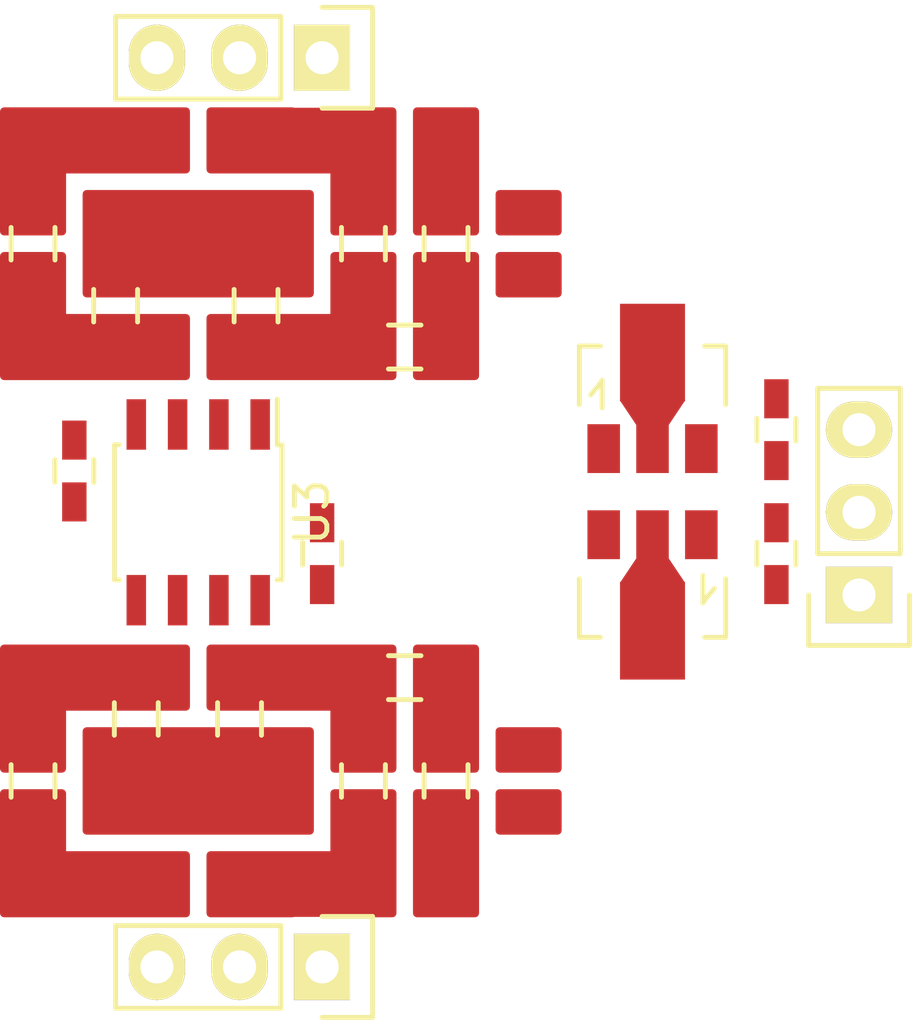
<source format=kicad_pcb>
(kicad_pcb (version 4) (host pcbnew 0.201510170916+6271~30~ubuntu14.04.1-product)

  (general
    (links 42)
    (no_connects 32)
    (area 0 0 0 0)
    (thickness 1.6)
    (drawings 0)
    (tracks 0)
    (zones 0)
    (modules 22)
    (nets 18)
  )

  (page A4)
  (layers
    (0 F.Cu signal)
    (31 B.Cu signal)
    (32 B.Adhes user)
    (33 F.Adhes user)
    (34 B.Paste user)
    (35 F.Paste user)
    (36 B.SilkS user)
    (37 F.SilkS user)
    (38 B.Mask user)
    (39 F.Mask user)
    (40 Dwgs.User user)
    (41 Cmts.User user)
    (42 Eco1.User user)
    (43 Eco2.User user)
    (44 Edge.Cuts user)
    (45 Margin user)
    (46 B.CrtYd user)
    (47 F.CrtYd user)
    (48 B.Fab user)
    (49 F.Fab user)
  )

  (setup
    (last_trace_width 0.25)
    (trace_clearance 0.2)
    (zone_clearance 0.508)
    (zone_45_only no)
    (trace_min 0.2)
    (segment_width 0.2)
    (edge_width 0.15)
    (via_size 0.6)
    (via_drill 0.4)
    (via_min_size 0.4)
    (via_min_drill 0.3)
    (uvia_size 0.3)
    (uvia_drill 0.1)
    (uvias_allowed no)
    (uvia_min_size 0.2)
    (uvia_min_drill 0.1)
    (pcb_text_width 0.3)
    (pcb_text_size 1.5 1.5)
    (mod_edge_width 0.15)
    (mod_text_size 1 1)
    (mod_text_width 0.15)
    (pad_size 1.524 1.524)
    (pad_drill 0.762)
    (pad_to_mask_clearance 0.2)
    (aux_axis_origin 0 0)
    (visible_elements FFFFFF7F)
    (pcbplotparams
      (layerselection 0x00030_80000001)
      (usegerberextensions false)
      (excludeedgelayer true)
      (linewidth 0.100000)
      (plotframeref false)
      (viasonmask false)
      (mode 1)
      (useauxorigin false)
      (hpglpennumber 1)
      (hpglpenspeed 20)
      (hpglpendiameter 15)
      (hpglpenoverlay 2)
      (psnegative false)
      (psa4output false)
      (plotreference true)
      (plotvalue true)
      (plotinvisibletext false)
      (padsonsilk false)
      (subtractmaskfromsilk false)
      (outputformat 1)
      (mirror false)
      (drillshape 1)
      (scaleselection 1)
      (outputdirectory ""))
  )

  (net 0 "")
  (net 1 GND)
  (net 2 "Net-(C1-Pad1)")
  (net 3 "Net-(C2-Pad2)")
  (net 4 /12_filter)
  (net 5 /-12_filter)
  (net 6 "Net-(P3-Pad1)")
  (net 7 "Net-(P3-Pad2)")
  (net 8 "Net-(P3-Pad3)")
  (net 9 "Net-(P4-Pad1)")
  (net 10 "Net-(P4-Pad2)")
  (net 11 "Net-(P4-Pad3)")
  (net 12 "Net-(R1-Pad1)")
  (net 13 "Net-(R2-Pad1)")
  (net 14 "Net-(R6-Pad1)")
  (net 15 "Net-(R10-Pad2)")
  (net 16 "Net-(R11-Pad1)")
  (net 17 "Net-(R10-Pad1)")

  (net_class Default "This is the default net class."
    (clearance 0.2)
    (trace_width 0.25)
    (via_dia 0.6)
    (via_drill 0.4)
    (uvia_dia 0.3)
    (uvia_drill 0.1)
    (add_net /-12_filter)
    (add_net /12_filter)
    (add_net GND)
    (add_net "Net-(C1-Pad1)")
    (add_net "Net-(C2-Pad2)")
    (add_net "Net-(P3-Pad1)")
    (add_net "Net-(P3-Pad2)")
    (add_net "Net-(P3-Pad3)")
    (add_net "Net-(P4-Pad1)")
    (add_net "Net-(P4-Pad2)")
    (add_net "Net-(P4-Pad3)")
    (add_net "Net-(R1-Pad1)")
    (add_net "Net-(R10-Pad1)")
    (add_net "Net-(R10-Pad2)")
    (add_net "Net-(R11-Pad1)")
    (add_net "Net-(R2-Pad1)")
    (add_net "Net-(R6-Pad1)")
  )

  (module Socket_Strips:Socket_Strip_Straight_1x03 (layer F.Cu) (tedit 5626BD3B) (tstamp 5623E700)
    (at 184.15 95.25 90)
    (descr "Through hole socket strip")
    (tags "socket strip")
    (path /5623D67B)
    (fp_text reference P1 (at 0 -5.1 90) (layer F.SilkS) hide
      (effects (font (size 1 1) (thickness 0.15)))
    )
    (fp_text value CONN_01X03 (at 0 -3.1 90) (layer F.Fab) hide
      (effects (font (size 1 1) (thickness 0.15)))
    )
    (fp_line (start 0 -1.55) (end -1.55 -1.55) (layer F.SilkS) (width 0.15))
    (fp_line (start -1.55 -1.55) (end -1.55 1.55) (layer F.SilkS) (width 0.15))
    (fp_line (start -1.55 1.55) (end 0 1.55) (layer F.SilkS) (width 0.15))
    (fp_line (start -1.75 -1.75) (end -1.75 1.75) (layer F.CrtYd) (width 0.05))
    (fp_line (start 6.85 -1.75) (end 6.85 1.75) (layer F.CrtYd) (width 0.05))
    (fp_line (start -1.75 -1.75) (end 6.85 -1.75) (layer F.CrtYd) (width 0.05))
    (fp_line (start -1.75 1.75) (end 6.85 1.75) (layer F.CrtYd) (width 0.05))
    (fp_line (start 1.27 -1.27) (end 6.35 -1.27) (layer F.SilkS) (width 0.15))
    (fp_line (start 6.35 -1.27) (end 6.35 1.27) (layer F.SilkS) (width 0.15))
    (fp_line (start 6.35 1.27) (end 1.27 1.27) (layer F.SilkS) (width 0.15))
    (fp_line (start 1.27 1.27) (end 1.27 -1.27) (layer F.SilkS) (width 0.15))
    (pad 1 thru_hole rect (at 0 0 90) (size 1.7272 2.032) (drill 1.016) (layers *.Cu *.Mask F.SilkS)
      (net 3 "Net-(C2-Pad2)"))
    (pad 2 thru_hole oval (at 2.54 0 90) (size 1.7272 2.032) (drill 1.016) (layers *.Cu *.Mask F.SilkS)
      (net 1 GND))
    (pad 3 thru_hole oval (at 5.08 0 90) (size 1.7272 2.032) (drill 1.016) (layers *.Cu *.Mask F.SilkS)
      (net 2 "Net-(C1-Pad1)"))
    (model Socket_Strips.3dshapes/Socket_Strip_Straight_1x03.wrl
      (at (xyz 0.1 0 0))
      (scale (xyz 1 1 1))
      (rotate (xyz 0 0 180))
    )
  )

  (module TO_SOT_Packages_SMD:SOT89-3_Housing (layer F.Cu) (tedit 5626BD67) (tstamp 5623E709)
    (at 177.8 88.9)
    (descr "SOT89-3, Housing,")
    (tags "SOT89-3, Housing,")
    (path /5623D43F)
    (attr smd)
    (fp_text reference U1 (at -0.09906 -4.24942) (layer F.SilkS) hide
      (effects (font (size 1 1) (thickness 0.15)))
    )
    (fp_text value L78L12 (at 0 -3.81) (layer F.Fab)
      (effects (font (size 1 1) (thickness 0.15)))
    )
    (fp_line (start -1.89992 0.20066) (end -1.651 -0.09906) (layer F.SilkS) (width 0.15))
    (fp_line (start -1.651 -0.09906) (end -1.5494 -0.24892) (layer F.SilkS) (width 0.15))
    (fp_line (start -1.5494 -0.24892) (end -1.5494 0.59944) (layer F.SilkS) (width 0.15))
    (fp_line (start -2.25044 -1.30048) (end -2.25044 0.50038) (layer F.SilkS) (width 0.15))
    (fp_line (start -2.25044 -1.30048) (end -1.6002 -1.30048) (layer F.SilkS) (width 0.15))
    (fp_line (start 2.25044 -1.30048) (end 2.25044 0.50038) (layer F.SilkS) (width 0.15))
    (fp_line (start 2.25044 -1.30048) (end 1.6002 -1.30048) (layer F.SilkS) (width 0.15))
    (pad 1 smd rect (at -1.50114 1.85166) (size 1.00076 1.50114) (layers F.Cu F.Paste F.Mask)
      (net 4 /12_filter))
    (pad 2 smd rect (at 0 1.85166) (size 1.00076 1.50114) (layers F.Cu F.Paste F.Mask)
      (net 1 GND))
    (pad 3 smd rect (at 1.50114 1.85166) (size 1.00076 1.50114) (layers F.Cu F.Paste F.Mask)
      (net 2 "Net-(C1-Pad1)"))
    (pad 2 smd rect (at 0 -1.09982) (size 1.99898 2.99974) (layers F.Cu F.Paste F.Mask)
      (net 1 GND))
    (pad 2 smd trapezoid (at 0 0.7493 180) (size 1.50114 0.7493) (rect_delta 0 0.50038 ) (layers F.Cu F.Paste F.Mask)
      (net 1 GND))
    (model TO_SOT_Packages_SMD.3dshapes/SOT89-3_Housing.wrl
      (at (xyz 0 0 0))
      (scale (xyz 0.3937 0.3937 0.3937))
      (rotate (xyz 0 0 0))
    )
  )

  (module TO_SOT_Packages_SMD:SOT89-3_Housing (layer F.Cu) (tedit 5626BD5F) (tstamp 5623E712)
    (at 177.8 95.25 180)
    (descr "SOT89-3, Housing,")
    (tags "SOT89-3, Housing,")
    (path /5623D59F)
    (attr smd)
    (fp_text reference U2 (at -0.09906 -4.24942 180) (layer F.SilkS) hide
      (effects (font (size 1 1) (thickness 0.15)))
    )
    (fp_text value L79L12 (at 0 -5.08 180) (layer F.Fab)
      (effects (font (size 1 1) (thickness 0.15)))
    )
    (fp_line (start -1.89992 0.20066) (end -1.651 -0.09906) (layer F.SilkS) (width 0.15))
    (fp_line (start -1.651 -0.09906) (end -1.5494 -0.24892) (layer F.SilkS) (width 0.15))
    (fp_line (start -1.5494 -0.24892) (end -1.5494 0.59944) (layer F.SilkS) (width 0.15))
    (fp_line (start -2.25044 -1.30048) (end -2.25044 0.50038) (layer F.SilkS) (width 0.15))
    (fp_line (start -2.25044 -1.30048) (end -1.6002 -1.30048) (layer F.SilkS) (width 0.15))
    (fp_line (start 2.25044 -1.30048) (end 2.25044 0.50038) (layer F.SilkS) (width 0.15))
    (fp_line (start 2.25044 -1.30048) (end 1.6002 -1.30048) (layer F.SilkS) (width 0.15))
    (pad 1 smd rect (at -1.50114 1.85166 180) (size 1.00076 1.50114) (layers F.Cu F.Paste F.Mask)
      (net 1 GND))
    (pad 2 smd rect (at 0 1.85166 180) (size 1.00076 1.50114) (layers F.Cu F.Paste F.Mask)
      (net 3 "Net-(C2-Pad2)"))
    (pad 3 smd rect (at 1.50114 1.85166 180) (size 1.00076 1.50114) (layers F.Cu F.Paste F.Mask)
      (net 5 /-12_filter))
    (pad 2 smd rect (at 0 -1.09982 180) (size 1.99898 2.99974) (layers F.Cu F.Paste F.Mask)
      (net 3 "Net-(C2-Pad2)"))
    (pad 2 smd trapezoid (at 0 0.7493) (size 1.50114 0.7493) (rect_delta 0 0.50038 ) (layers F.Cu F.Paste F.Mask)
      (net 3 "Net-(C2-Pad2)"))
    (model TO_SOT_Packages_SMD.3dshapes/SOT89-3_Housing.wrl
      (at (xyz 0 0 0))
      (scale (xyz 0.3937 0.3937 0.3937))
      (rotate (xyz 0 0 0))
    )
  )

  (module Capacitors_SMD:C_0603_HandSoldering (layer F.Cu) (tedit 5626BD8C) (tstamp 562407B5)
    (at 181.61 90.17 270)
    (descr "Capacitor SMD 0603, hand soldering")
    (tags "capacitor 0603")
    (path /5623EE1B)
    (attr smd)
    (fp_text reference C1 (at 0 -1.9 270) (layer F.SilkS) hide
      (effects (font (size 1 1) (thickness 0.15)))
    )
    (fp_text value 330n (at 0 1.9 270) (layer F.Fab) hide
      (effects (font (size 1 1) (thickness 0.15)))
    )
    (fp_line (start -1.85 -0.75) (end 1.85 -0.75) (layer F.CrtYd) (width 0.05))
    (fp_line (start -1.85 0.75) (end 1.85 0.75) (layer F.CrtYd) (width 0.05))
    (fp_line (start -1.85 -0.75) (end -1.85 0.75) (layer F.CrtYd) (width 0.05))
    (fp_line (start 1.85 -0.75) (end 1.85 0.75) (layer F.CrtYd) (width 0.05))
    (fp_line (start -0.35 -0.6) (end 0.35 -0.6) (layer F.SilkS) (width 0.15))
    (fp_line (start 0.35 0.6) (end -0.35 0.6) (layer F.SilkS) (width 0.15))
    (pad 1 smd rect (at -0.95 0 270) (size 1.2 0.75) (layers F.Cu F.Paste F.Mask)
      (net 2 "Net-(C1-Pad1)"))
    (pad 2 smd rect (at 0.95 0 270) (size 1.2 0.75) (layers F.Cu F.Paste F.Mask)
      (net 1 GND))
    (model Capacitors_SMD.3dshapes/C_0603_HandSoldering.wrl
      (at (xyz 0 0 0))
      (scale (xyz 1 1 1))
      (rotate (xyz 0 0 0))
    )
  )

  (module Capacitors_SMD:C_0603_HandSoldering (layer F.Cu) (tedit 5626BD6F) (tstamp 562407BB)
    (at 181.61 93.98 270)
    (descr "Capacitor SMD 0603, hand soldering")
    (tags "capacitor 0603")
    (path /5623EE4A)
    (attr smd)
    (fp_text reference C2 (at 0 -1.9 270) (layer F.SilkS) hide
      (effects (font (size 1 1) (thickness 0.15)))
    )
    (fp_text value 330n (at 0 1.9 270) (layer F.Fab) hide
      (effects (font (size 1 1) (thickness 0.15)))
    )
    (fp_line (start -1.85 -0.75) (end 1.85 -0.75) (layer F.CrtYd) (width 0.05))
    (fp_line (start -1.85 0.75) (end 1.85 0.75) (layer F.CrtYd) (width 0.05))
    (fp_line (start -1.85 -0.75) (end -1.85 0.75) (layer F.CrtYd) (width 0.05))
    (fp_line (start 1.85 -0.75) (end 1.85 0.75) (layer F.CrtYd) (width 0.05))
    (fp_line (start -0.35 -0.6) (end 0.35 -0.6) (layer F.SilkS) (width 0.15))
    (fp_line (start 0.35 0.6) (end -0.35 0.6) (layer F.SilkS) (width 0.15))
    (pad 1 smd rect (at -0.95 0 270) (size 1.2 0.75) (layers F.Cu F.Paste F.Mask)
      (net 1 GND))
    (pad 2 smd rect (at 0.95 0 270) (size 1.2 0.75) (layers F.Cu F.Paste F.Mask)
      (net 3 "Net-(C2-Pad2)"))
    (model Capacitors_SMD.3dshapes/C_0603_HandSoldering.wrl
      (at (xyz 0 0 0))
      (scale (xyz 1 1 1))
      (rotate (xyz 0 0 0))
    )
  )

  (module Capacitors_SMD:C_0603_HandSoldering (layer F.Cu) (tedit 5626BD79) (tstamp 562407C1)
    (at 167.64 93.98 90)
    (descr "Capacitor SMD 0603, hand soldering")
    (tags "capacitor 0603")
    (path /5623EEE6)
    (attr smd)
    (fp_text reference C3 (at 0 -1.9 90) (layer F.SilkS) hide
      (effects (font (size 1 1) (thickness 0.15)))
    )
    (fp_text value 100n (at 0 1.9 90) (layer F.Fab) hide
      (effects (font (size 1 1) (thickness 0.15)))
    )
    (fp_line (start -1.85 -0.75) (end 1.85 -0.75) (layer F.CrtYd) (width 0.05))
    (fp_line (start -1.85 0.75) (end 1.85 0.75) (layer F.CrtYd) (width 0.05))
    (fp_line (start -1.85 -0.75) (end -1.85 0.75) (layer F.CrtYd) (width 0.05))
    (fp_line (start 1.85 -0.75) (end 1.85 0.75) (layer F.CrtYd) (width 0.05))
    (fp_line (start -0.35 -0.6) (end 0.35 -0.6) (layer F.SilkS) (width 0.15))
    (fp_line (start 0.35 0.6) (end -0.35 0.6) (layer F.SilkS) (width 0.15))
    (pad 1 smd rect (at -0.95 0 90) (size 1.2 0.75) (layers F.Cu F.Paste F.Mask)
      (net 4 /12_filter))
    (pad 2 smd rect (at 0.95 0 90) (size 1.2 0.75) (layers F.Cu F.Paste F.Mask)
      (net 1 GND))
    (model Capacitors_SMD.3dshapes/C_0603_HandSoldering.wrl
      (at (xyz 0 0 0))
      (scale (xyz 1 1 1))
      (rotate (xyz 0 0 0))
    )
  )

  (module Capacitors_SMD:C_0603_HandSoldering (layer F.Cu) (tedit 5626BD82) (tstamp 562407C7)
    (at 160.02 91.44 90)
    (descr "Capacitor SMD 0603, hand soldering")
    (tags "capacitor 0603")
    (path /5623EF60)
    (attr smd)
    (fp_text reference C4 (at 0 -1.9 90) (layer F.SilkS) hide
      (effects (font (size 1 1) (thickness 0.15)))
    )
    (fp_text value 100n (at 0 1.9 90) (layer F.Fab) hide
      (effects (font (size 1 1) (thickness 0.15)))
    )
    (fp_line (start -1.85 -0.75) (end 1.85 -0.75) (layer F.CrtYd) (width 0.05))
    (fp_line (start -1.85 0.75) (end 1.85 0.75) (layer F.CrtYd) (width 0.05))
    (fp_line (start -1.85 -0.75) (end -1.85 0.75) (layer F.CrtYd) (width 0.05))
    (fp_line (start 1.85 -0.75) (end 1.85 0.75) (layer F.CrtYd) (width 0.05))
    (fp_line (start -0.35 -0.6) (end 0.35 -0.6) (layer F.SilkS) (width 0.15))
    (fp_line (start 0.35 0.6) (end -0.35 0.6) (layer F.SilkS) (width 0.15))
    (pad 1 smd rect (at -0.95 0 90) (size 1.2 0.75) (layers F.Cu F.Paste F.Mask)
      (net 1 GND))
    (pad 2 smd rect (at 0.95 0 90) (size 1.2 0.75) (layers F.Cu F.Paste F.Mask)
      (net 5 /-12_filter))
    (model Capacitors_SMD.3dshapes/C_0603_HandSoldering.wrl
      (at (xyz 0 0 0))
      (scale (xyz 1 1 1))
      (rotate (xyz 0 0 0))
    )
  )

  (module Socket_Strips:Socket_Strip_Straight_1x03 (layer F.Cu) (tedit 5626B27D) (tstamp 562407D5)
    (at 167.64 78.74 180)
    (descr "Through hole socket strip")
    (tags "socket strip")
    (path /5624112C)
    (fp_text reference P3 (at 0 -5.1 180) (layer F.SilkS) hide
      (effects (font (size 1 1) (thickness 0.15)))
    )
    (fp_text value CONN_01X03 (at 0 -3.1 180) (layer F.Fab) hide
      (effects (font (size 1 1) (thickness 0.15)))
    )
    (fp_line (start 0 -1.55) (end -1.55 -1.55) (layer F.SilkS) (width 0.15))
    (fp_line (start -1.55 -1.55) (end -1.55 1.55) (layer F.SilkS) (width 0.15))
    (fp_line (start -1.55 1.55) (end 0 1.55) (layer F.SilkS) (width 0.15))
    (fp_line (start -1.75 -1.75) (end -1.75 1.75) (layer F.CrtYd) (width 0.05))
    (fp_line (start 6.85 -1.75) (end 6.85 1.75) (layer F.CrtYd) (width 0.05))
    (fp_line (start -1.75 -1.75) (end 6.85 -1.75) (layer F.CrtYd) (width 0.05))
    (fp_line (start -1.75 1.75) (end 6.85 1.75) (layer F.CrtYd) (width 0.05))
    (fp_line (start 1.27 -1.27) (end 6.35 -1.27) (layer F.SilkS) (width 0.15))
    (fp_line (start 6.35 -1.27) (end 6.35 1.27) (layer F.SilkS) (width 0.15))
    (fp_line (start 6.35 1.27) (end 1.27 1.27) (layer F.SilkS) (width 0.15))
    (fp_line (start 1.27 1.27) (end 1.27 -1.27) (layer F.SilkS) (width 0.15))
    (pad 1 thru_hole rect (at 0 0 180) (size 1.7272 2.032) (drill 1.016) (layers *.Cu *.Mask F.SilkS)
      (net 6 "Net-(P3-Pad1)"))
    (pad 2 thru_hole oval (at 2.54 0 180) (size 1.7272 2.032) (drill 1.016) (layers *.Cu *.Mask F.SilkS)
      (net 7 "Net-(P3-Pad2)"))
    (pad 3 thru_hole oval (at 5.08 0 180) (size 1.7272 2.032) (drill 1.016) (layers *.Cu *.Mask F.SilkS)
      (net 8 "Net-(P3-Pad3)"))
    (model Socket_Strips.3dshapes/Socket_Strip_Straight_1x03.wrl
      (at (xyz 0.1 0 0))
      (scale (xyz 1 1 1))
      (rotate (xyz 0 0 180))
    )
  )

  (module Socket_Strips:Socket_Strip_Straight_1x03 (layer F.Cu) (tedit 5626BEFB) (tstamp 562407DC)
    (at 167.64 106.68 180)
    (descr "Through hole socket strip")
    (tags "socket strip")
    (path /56241C97)
    (fp_text reference P4 (at 0 -5.1 180) (layer F.SilkS) hide
      (effects (font (size 1 1) (thickness 0.15)))
    )
    (fp_text value CONN_01X03 (at 0 -3.1 180) (layer F.Fab) hide
      (effects (font (size 1 1) (thickness 0.15)))
    )
    (fp_line (start 0 -1.55) (end -1.55 -1.55) (layer F.SilkS) (width 0.15))
    (fp_line (start -1.55 -1.55) (end -1.55 1.55) (layer F.SilkS) (width 0.15))
    (fp_line (start -1.55 1.55) (end 0 1.55) (layer F.SilkS) (width 0.15))
    (fp_line (start -1.75 -1.75) (end -1.75 1.75) (layer F.CrtYd) (width 0.05))
    (fp_line (start 6.85 -1.75) (end 6.85 1.75) (layer F.CrtYd) (width 0.05))
    (fp_line (start -1.75 -1.75) (end 6.85 -1.75) (layer F.CrtYd) (width 0.05))
    (fp_line (start -1.75 1.75) (end 6.85 1.75) (layer F.CrtYd) (width 0.05))
    (fp_line (start 1.27 -1.27) (end 6.35 -1.27) (layer F.SilkS) (width 0.15))
    (fp_line (start 6.35 -1.27) (end 6.35 1.27) (layer F.SilkS) (width 0.15))
    (fp_line (start 6.35 1.27) (end 1.27 1.27) (layer F.SilkS) (width 0.15))
    (fp_line (start 1.27 1.27) (end 1.27 -1.27) (layer F.SilkS) (width 0.15))
    (pad 1 thru_hole rect (at 0 0 180) (size 1.7272 2.032) (drill 1.016) (layers *.Cu *.Mask F.SilkS)
      (net 9 "Net-(P4-Pad1)"))
    (pad 2 thru_hole oval (at 2.54 0 180) (size 1.7272 2.032) (drill 1.016) (layers *.Cu *.Mask F.SilkS)
      (net 10 "Net-(P4-Pad2)"))
    (pad 3 thru_hole oval (at 5.08 0 180) (size 1.7272 2.032) (drill 1.016) (layers *.Cu *.Mask F.SilkS)
      (net 11 "Net-(P4-Pad3)"))
    (model Socket_Strips.3dshapes/Socket_Strip_Straight_1x03.wrl
      (at (xyz 0.1 0 0))
      (scale (xyz 1 1 1))
      (rotate (xyz 0 0 180))
    )
  )

  (module Resistors_SMD:R_0603_HandSoldering (layer F.Cu) (tedit 5626BC99) (tstamp 562407E2)
    (at 158.75 84.455 90)
    (descr "Resistor SMD 0603, hand soldering")
    (tags "resistor 0603")
    (path /562408D4)
    (attr smd)
    (fp_text reference R1 (at 0 -1.9 90) (layer F.SilkS) hide
      (effects (font (size 1 1) (thickness 0.15)))
    )
    (fp_text value R (at 0 1.9 90) (layer F.Fab) hide
      (effects (font (size 1 1) (thickness 0.15)))
    )
    (fp_line (start -2 -0.8) (end 2 -0.8) (layer F.CrtYd) (width 0.05))
    (fp_line (start -2 0.8) (end 2 0.8) (layer F.CrtYd) (width 0.05))
    (fp_line (start -2 -0.8) (end -2 0.8) (layer F.CrtYd) (width 0.05))
    (fp_line (start 2 -0.8) (end 2 0.8) (layer F.CrtYd) (width 0.05))
    (fp_line (start 0.5 0.675) (end -0.5 0.675) (layer F.SilkS) (width 0.15))
    (fp_line (start -0.5 -0.675) (end 0.5 -0.675) (layer F.SilkS) (width 0.15))
    (pad 1 smd rect (at -1.1 0 90) (size 1.2 0.9) (layers F.Cu F.Paste F.Mask)
      (net 12 "Net-(R1-Pad1)"))
    (pad 2 smd rect (at 1.1 0 90) (size 1.2 0.9) (layers F.Cu F.Paste F.Mask)
      (net 8 "Net-(P3-Pad3)"))
    (model Resistors_SMD.3dshapes/R_0603_HandSoldering.wrl
      (at (xyz 0 0 0))
      (scale (xyz 1 1 1))
      (rotate (xyz 0 0 0))
    )
  )

  (module Resistors_SMD:R_0603_HandSoldering (layer F.Cu) (tedit 5626B275) (tstamp 562407E8)
    (at 168.91 84.455 90)
    (descr "Resistor SMD 0603, hand soldering")
    (tags "resistor 0603")
    (path /5624076C)
    (attr smd)
    (fp_text reference R2 (at 0 -1.9 90) (layer F.SilkS) hide
      (effects (font (size 1 1) (thickness 0.15)))
    )
    (fp_text value R (at 0 1.9 90) (layer F.Fab) hide
      (effects (font (size 1 1) (thickness 0.15)))
    )
    (fp_line (start -2 -0.8) (end 2 -0.8) (layer F.CrtYd) (width 0.05))
    (fp_line (start -2 0.8) (end 2 0.8) (layer F.CrtYd) (width 0.05))
    (fp_line (start -2 -0.8) (end -2 0.8) (layer F.CrtYd) (width 0.05))
    (fp_line (start 2 -0.8) (end 2 0.8) (layer F.CrtYd) (width 0.05))
    (fp_line (start 0.5 0.675) (end -0.5 0.675) (layer F.SilkS) (width 0.15))
    (fp_line (start -0.5 -0.675) (end 0.5 -0.675) (layer F.SilkS) (width 0.15))
    (pad 1 smd rect (at -1.1 0 90) (size 1.2 0.9) (layers F.Cu F.Paste F.Mask)
      (net 13 "Net-(R2-Pad1)"))
    (pad 2 smd rect (at 1.1 0 90) (size 1.2 0.9) (layers F.Cu F.Paste F.Mask)
      (net 7 "Net-(P3-Pad2)"))
    (model Resistors_SMD.3dshapes/R_0603_HandSoldering.wrl
      (at (xyz 0 0 0))
      (scale (xyz 1 1 1))
      (rotate (xyz 0 0 0))
    )
  )

  (module Resistors_SMD:R_0603_HandSoldering (layer F.Cu) (tedit 5626BCD8) (tstamp 562407EE)
    (at 161.29 86.36 90)
    (descr "Resistor SMD 0603, hand soldering")
    (tags "resistor 0603")
    (path /56240BA4)
    (attr smd)
    (fp_text reference R3 (at 0 -1.9 90) (layer F.SilkS) hide
      (effects (font (size 1 1) (thickness 0.15)))
    )
    (fp_text value R (at 0 1.9 90) (layer F.Fab) hide
      (effects (font (size 1 1) (thickness 0.15)))
    )
    (fp_line (start -2 -0.8) (end 2 -0.8) (layer F.CrtYd) (width 0.05))
    (fp_line (start -2 0.8) (end 2 0.8) (layer F.CrtYd) (width 0.05))
    (fp_line (start -2 -0.8) (end -2 0.8) (layer F.CrtYd) (width 0.05))
    (fp_line (start 2 -0.8) (end 2 0.8) (layer F.CrtYd) (width 0.05))
    (fp_line (start 0.5 0.675) (end -0.5 0.675) (layer F.SilkS) (width 0.15))
    (fp_line (start -0.5 -0.675) (end 0.5 -0.675) (layer F.SilkS) (width 0.15))
    (pad 1 smd rect (at -1.1 0 90) (size 1.2 0.9) (layers F.Cu F.Paste F.Mask)
      (net 12 "Net-(R1-Pad1)"))
    (pad 2 smd rect (at 1.1 0 90) (size 1.2 0.9) (layers F.Cu F.Paste F.Mask)
      (net 1 GND))
    (model Resistors_SMD.3dshapes/R_0603_HandSoldering.wrl
      (at (xyz 0 0 0))
      (scale (xyz 1 1 1))
      (rotate (xyz 0 0 0))
    )
  )

  (module Resistors_SMD:R_0603_HandSoldering (layer F.Cu) (tedit 5626B264) (tstamp 562407F4)
    (at 165.608 86.36 270)
    (descr "Resistor SMD 0603, hand soldering")
    (tags "resistor 0603")
    (path /56240AB5)
    (attr smd)
    (fp_text reference R4 (at 0 -1.9 270) (layer F.SilkS) hide
      (effects (font (size 1 1) (thickness 0.15)))
    )
    (fp_text value R (at 0 1.9 270) (layer F.Fab) hide
      (effects (font (size 1 1) (thickness 0.15)))
    )
    (fp_line (start -2 -0.8) (end 2 -0.8) (layer F.CrtYd) (width 0.05))
    (fp_line (start -2 0.8) (end 2 0.8) (layer F.CrtYd) (width 0.05))
    (fp_line (start -2 -0.8) (end -2 0.8) (layer F.CrtYd) (width 0.05))
    (fp_line (start 2 -0.8) (end 2 0.8) (layer F.CrtYd) (width 0.05))
    (fp_line (start 0.5 0.675) (end -0.5 0.675) (layer F.SilkS) (width 0.15))
    (fp_line (start -0.5 -0.675) (end 0.5 -0.675) (layer F.SilkS) (width 0.15))
    (pad 1 smd rect (at -1.1 0 270) (size 1.2 0.9) (layers F.Cu F.Paste F.Mask)
      (net 1 GND))
    (pad 2 smd rect (at 1.1 0 270) (size 1.2 0.9) (layers F.Cu F.Paste F.Mask)
      (net 13 "Net-(R2-Pad1)"))
    (model Resistors_SMD.3dshapes/R_0603_HandSoldering.wrl
      (at (xyz 0 0 0))
      (scale (xyz 1 1 1))
      (rotate (xyz 0 0 0))
    )
  )

  (module Resistors_SMD:R_0603_HandSoldering (layer F.Cu) (tedit 5626B277) (tstamp 562407FA)
    (at 170.18 87.63 180)
    (descr "Resistor SMD 0603, hand soldering")
    (tags "resistor 0603")
    (path /56240A3D)
    (attr smd)
    (fp_text reference R5 (at 0 -1.9 180) (layer F.SilkS) hide
      (effects (font (size 1 1) (thickness 0.15)))
    )
    (fp_text value R (at 0 1.9 180) (layer F.Fab) hide
      (effects (font (size 1 1) (thickness 0.15)))
    )
    (fp_line (start -2 -0.8) (end 2 -0.8) (layer F.CrtYd) (width 0.05))
    (fp_line (start -2 0.8) (end 2 0.8) (layer F.CrtYd) (width 0.05))
    (fp_line (start -2 -0.8) (end -2 0.8) (layer F.CrtYd) (width 0.05))
    (fp_line (start 2 -0.8) (end 2 0.8) (layer F.CrtYd) (width 0.05))
    (fp_line (start 0.5 0.675) (end -0.5 0.675) (layer F.SilkS) (width 0.15))
    (fp_line (start -0.5 -0.675) (end 0.5 -0.675) (layer F.SilkS) (width 0.15))
    (pad 1 smd rect (at -1.1 0 180) (size 1.2 0.9) (layers F.Cu F.Paste F.Mask)
      (net 16 "Net-(R11-Pad1)"))
    (pad 2 smd rect (at 1.1 0 180) (size 1.2 0.9) (layers F.Cu F.Paste F.Mask)
      (net 13 "Net-(R2-Pad1)"))
    (model Resistors_SMD.3dshapes/R_0603_HandSoldering.wrl
      (at (xyz 0 0 0))
      (scale (xyz 1 1 1))
      (rotate (xyz 0 0 0))
    )
  )

  (module Resistors_SMD:R_0603_HandSoldering (layer F.Cu) (tedit 5626BEEE) (tstamp 56240800)
    (at 158.75 100.965 270)
    (descr "Resistor SMD 0603, hand soldering")
    (tags "resistor 0603")
    (path /56241847)
    (attr smd)
    (fp_text reference R6 (at 0 -1.9 270) (layer F.SilkS) hide
      (effects (font (size 1 1) (thickness 0.15)))
    )
    (fp_text value R (at 0 1.9 270) (layer F.Fab) hide
      (effects (font (size 1 1) (thickness 0.15)))
    )
    (fp_line (start -2 -0.8) (end 2 -0.8) (layer F.CrtYd) (width 0.05))
    (fp_line (start -2 0.8) (end 2 0.8) (layer F.CrtYd) (width 0.05))
    (fp_line (start -2 -0.8) (end -2 0.8) (layer F.CrtYd) (width 0.05))
    (fp_line (start 2 -0.8) (end 2 0.8) (layer F.CrtYd) (width 0.05))
    (fp_line (start 0.5 0.675) (end -0.5 0.675) (layer F.SilkS) (width 0.15))
    (fp_line (start -0.5 -0.675) (end 0.5 -0.675) (layer F.SilkS) (width 0.15))
    (pad 1 smd rect (at -1.1 0 270) (size 1.2 0.9) (layers F.Cu F.Paste F.Mask)
      (net 14 "Net-(R6-Pad1)"))
    (pad 2 smd rect (at 1.1 0 270) (size 1.2 0.9) (layers F.Cu F.Paste F.Mask)
      (net 11 "Net-(P4-Pad3)"))
    (model Resistors_SMD.3dshapes/R_0603_HandSoldering.wrl
      (at (xyz 0 0 0))
      (scale (xyz 1 1 1))
      (rotate (xyz 0 0 0))
    )
  )

  (module Resistors_SMD:R_0603_HandSoldering (layer F.Cu) (tedit 5626BEF8) (tstamp 56240806)
    (at 168.91 100.965 270)
    (descr "Resistor SMD 0603, hand soldering")
    (tags "resistor 0603")
    (path /56241794)
    (attr smd)
    (fp_text reference R7 (at 0 -1.9 270) (layer F.SilkS) hide
      (effects (font (size 1 1) (thickness 0.15)))
    )
    (fp_text value R (at 0 1.9 270) (layer F.Fab) hide
      (effects (font (size 1 1) (thickness 0.15)))
    )
    (fp_line (start -2 -0.8) (end 2 -0.8) (layer F.CrtYd) (width 0.05))
    (fp_line (start -2 0.8) (end 2 0.8) (layer F.CrtYd) (width 0.05))
    (fp_line (start -2 -0.8) (end -2 0.8) (layer F.CrtYd) (width 0.05))
    (fp_line (start 2 -0.8) (end 2 0.8) (layer F.CrtYd) (width 0.05))
    (fp_line (start 0.5 0.675) (end -0.5 0.675) (layer F.SilkS) (width 0.15))
    (fp_line (start -0.5 -0.675) (end 0.5 -0.675) (layer F.SilkS) (width 0.15))
    (pad 1 smd rect (at -1.1 0 270) (size 1.2 0.9) (layers F.Cu F.Paste F.Mask)
      (net 15 "Net-(R10-Pad2)"))
    (pad 2 smd rect (at 1.1 0 270) (size 1.2 0.9) (layers F.Cu F.Paste F.Mask)
      (net 10 "Net-(P4-Pad2)"))
    (model Resistors_SMD.3dshapes/R_0603_HandSoldering.wrl
      (at (xyz 0 0 0))
      (scale (xyz 1 1 1))
      (rotate (xyz 0 0 0))
    )
  )

  (module Resistors_SMD:R_0603_HandSoldering (layer F.Cu) (tedit 5626BEDA) (tstamp 5624080C)
    (at 161.925 99.06 270)
    (descr "Resistor SMD 0603, hand soldering")
    (tags "resistor 0603")
    (path /5624189F)
    (attr smd)
    (fp_text reference R8 (at 0 -1.9 270) (layer F.SilkS) hide
      (effects (font (size 1 1) (thickness 0.15)))
    )
    (fp_text value R (at 0 1.9 270) (layer F.Fab)
      (effects (font (size 1 1) (thickness 0.15)))
    )
    (fp_line (start -2 -0.8) (end 2 -0.8) (layer F.CrtYd) (width 0.05))
    (fp_line (start -2 0.8) (end 2 0.8) (layer F.CrtYd) (width 0.05))
    (fp_line (start -2 -0.8) (end -2 0.8) (layer F.CrtYd) (width 0.05))
    (fp_line (start 2 -0.8) (end 2 0.8) (layer F.CrtYd) (width 0.05))
    (fp_line (start 0.5 0.675) (end -0.5 0.675) (layer F.SilkS) (width 0.15))
    (fp_line (start -0.5 -0.675) (end 0.5 -0.675) (layer F.SilkS) (width 0.15))
    (pad 1 smd rect (at -1.1 0 270) (size 1.2 0.9) (layers F.Cu F.Paste F.Mask)
      (net 14 "Net-(R6-Pad1)"))
    (pad 2 smd rect (at 1.1 0 270) (size 1.2 0.9) (layers F.Cu F.Paste F.Mask)
      (net 1 GND))
    (model Resistors_SMD.3dshapes/R_0603_HandSoldering.wrl
      (at (xyz 0 0 0))
      (scale (xyz 1 1 1))
      (rotate (xyz 0 0 0))
    )
  )

  (module Resistors_SMD:R_0603_HandSoldering (layer F.Cu) (tedit 5626BEF2) (tstamp 56240812)
    (at 165.1 99.06 90)
    (descr "Resistor SMD 0603, hand soldering")
    (tags "resistor 0603")
    (path /562416A9)
    (attr smd)
    (fp_text reference R9 (at 0 -1.9 90) (layer F.SilkS) hide
      (effects (font (size 1 1) (thickness 0.15)))
    )
    (fp_text value R (at 0 1.9 90) (layer F.Fab) hide
      (effects (font (size 1 1) (thickness 0.15)))
    )
    (fp_line (start -2 -0.8) (end 2 -0.8) (layer F.CrtYd) (width 0.05))
    (fp_line (start -2 0.8) (end 2 0.8) (layer F.CrtYd) (width 0.05))
    (fp_line (start -2 -0.8) (end -2 0.8) (layer F.CrtYd) (width 0.05))
    (fp_line (start 2 -0.8) (end 2 0.8) (layer F.CrtYd) (width 0.05))
    (fp_line (start 0.5 0.675) (end -0.5 0.675) (layer F.SilkS) (width 0.15))
    (fp_line (start -0.5 -0.675) (end 0.5 -0.675) (layer F.SilkS) (width 0.15))
    (pad 1 smd rect (at -1.1 0 90) (size 1.2 0.9) (layers F.Cu F.Paste F.Mask)
      (net 1 GND))
    (pad 2 smd rect (at 1.1 0 90) (size 1.2 0.9) (layers F.Cu F.Paste F.Mask)
      (net 15 "Net-(R10-Pad2)"))
    (model Resistors_SMD.3dshapes/R_0603_HandSoldering.wrl
      (at (xyz 0 0 0))
      (scale (xyz 1 1 1))
      (rotate (xyz 0 0 0))
    )
  )

  (module Resistors_SMD:R_0603_HandSoldering (layer F.Cu) (tedit 5626BEE1) (tstamp 56240818)
    (at 170.18 97.79 180)
    (descr "Resistor SMD 0603, hand soldering")
    (tags "resistor 0603")
    (path /56241601)
    (attr smd)
    (fp_text reference R10 (at 0 -1.9 180) (layer F.SilkS) hide
      (effects (font (size 1 1) (thickness 0.15)))
    )
    (fp_text value R (at 0 1.9 180) (layer F.Fab) hide
      (effects (font (size 1 1) (thickness 0.15)))
    )
    (fp_line (start -2 -0.8) (end 2 -0.8) (layer F.CrtYd) (width 0.05))
    (fp_line (start -2 0.8) (end 2 0.8) (layer F.CrtYd) (width 0.05))
    (fp_line (start -2 -0.8) (end -2 0.8) (layer F.CrtYd) (width 0.05))
    (fp_line (start 2 -0.8) (end 2 0.8) (layer F.CrtYd) (width 0.05))
    (fp_line (start 0.5 0.675) (end -0.5 0.675) (layer F.SilkS) (width 0.15))
    (fp_line (start -0.5 -0.675) (end 0.5 -0.675) (layer F.SilkS) (width 0.15))
    (pad 1 smd rect (at -1.1 0 180) (size 1.2 0.9) (layers F.Cu F.Paste F.Mask)
      (net 17 "Net-(R10-Pad1)"))
    (pad 2 smd rect (at 1.1 0 180) (size 1.2 0.9) (layers F.Cu F.Paste F.Mask)
      (net 15 "Net-(R10-Pad2)"))
    (model Resistors_SMD.3dshapes/R_0603_HandSoldering.wrl
      (at (xyz 0 0 0))
      (scale (xyz 1 1 1))
      (rotate (xyz 0 0 0))
    )
  )

  (module Housings_SOIC:SOIC-8_3.9x4.9mm_Pitch1.27mm (layer F.Cu) (tedit 54130A77) (tstamp 56240824)
    (at 163.83 92.71 270)
    (descr "8-Lead Plastic Small Outline (SN) - Narrow, 3.90 mm Body [SOIC] (see Microchip Packaging Specification 00000049BS.pdf)")
    (tags "SOIC 1.27")
    (path /5624034C)
    (attr smd)
    (fp_text reference U3 (at 0 -3.5 270) (layer F.SilkS)
      (effects (font (size 1 1) (thickness 0.15)))
    )
    (fp_text value TL072 (at 0 3.5 270) (layer F.Fab)
      (effects (font (size 1 1) (thickness 0.15)))
    )
    (fp_line (start -3.75 -2.75) (end -3.75 2.75) (layer F.CrtYd) (width 0.05))
    (fp_line (start 3.75 -2.75) (end 3.75 2.75) (layer F.CrtYd) (width 0.05))
    (fp_line (start -3.75 -2.75) (end 3.75 -2.75) (layer F.CrtYd) (width 0.05))
    (fp_line (start -3.75 2.75) (end 3.75 2.75) (layer F.CrtYd) (width 0.05))
    (fp_line (start -2.075 -2.575) (end -2.075 -2.43) (layer F.SilkS) (width 0.15))
    (fp_line (start 2.075 -2.575) (end 2.075 -2.43) (layer F.SilkS) (width 0.15))
    (fp_line (start 2.075 2.575) (end 2.075 2.43) (layer F.SilkS) (width 0.15))
    (fp_line (start -2.075 2.575) (end -2.075 2.43) (layer F.SilkS) (width 0.15))
    (fp_line (start -2.075 -2.575) (end 2.075 -2.575) (layer F.SilkS) (width 0.15))
    (fp_line (start -2.075 2.575) (end 2.075 2.575) (layer F.SilkS) (width 0.15))
    (fp_line (start -2.075 -2.43) (end -3.475 -2.43) (layer F.SilkS) (width 0.15))
    (pad 1 smd rect (at -2.7 -1.905 270) (size 1.55 0.6) (layers F.Cu F.Paste F.Mask)
      (net 16 "Net-(R11-Pad1)"))
    (pad 2 smd rect (at -2.7 -0.635 270) (size 1.55 0.6) (layers F.Cu F.Paste F.Mask)
      (net 13 "Net-(R2-Pad1)"))
    (pad 3 smd rect (at -2.7 0.635 270) (size 1.55 0.6) (layers F.Cu F.Paste F.Mask)
      (net 12 "Net-(R1-Pad1)"))
    (pad 4 smd rect (at -2.7 1.905 270) (size 1.55 0.6) (layers F.Cu F.Paste F.Mask)
      (net 5 /-12_filter))
    (pad 5 smd rect (at 2.7 1.905 270) (size 1.55 0.6) (layers F.Cu F.Paste F.Mask)
      (net 14 "Net-(R6-Pad1)"))
    (pad 6 smd rect (at 2.7 0.635 270) (size 1.55 0.6) (layers F.Cu F.Paste F.Mask)
      (net 15 "Net-(R10-Pad2)"))
    (pad 7 smd rect (at 2.7 -0.635 270) (size 1.55 0.6) (layers F.Cu F.Paste F.Mask)
      (net 17 "Net-(R10-Pad1)"))
    (pad 8 smd rect (at 2.7 -1.905 270) (size 1.55 0.6) (layers F.Cu F.Paste F.Mask)
      (net 4 /12_filter))
    (model Housings_SOIC.3dshapes/SOIC-8_3.9x4.9mm_Pitch1.27mm.wrl
      (at (xyz 0 0 0))
      (scale (xyz 1 1 1))
      (rotate (xyz 0 0 0))
    )
  )

  (module Resistors_SMD:R_0603_HandSoldering (layer F.Cu) (tedit 5626B27A) (tstamp 5626B218)
    (at 171.45 84.455 90)
    (descr "Resistor SMD 0603, hand soldering")
    (tags "resistor 0603")
    (path /5626B31C)
    (attr smd)
    (fp_text reference R11 (at 0 -1.9 90) (layer F.SilkS) hide
      (effects (font (size 1 1) (thickness 0.15)))
    )
    (fp_text value R (at 0 1.9 90) (layer F.Fab) hide
      (effects (font (size 1 1) (thickness 0.15)))
    )
    (fp_line (start -2 -0.8) (end 2 -0.8) (layer F.CrtYd) (width 0.05))
    (fp_line (start -2 0.8) (end 2 0.8) (layer F.CrtYd) (width 0.05))
    (fp_line (start -2 -0.8) (end -2 0.8) (layer F.CrtYd) (width 0.05))
    (fp_line (start 2 -0.8) (end 2 0.8) (layer F.CrtYd) (width 0.05))
    (fp_line (start 0.5 0.675) (end -0.5 0.675) (layer F.SilkS) (width 0.15))
    (fp_line (start -0.5 -0.675) (end 0.5 -0.675) (layer F.SilkS) (width 0.15))
    (pad 1 smd rect (at -1.1 0 90) (size 1.2 0.9) (layers F.Cu F.Paste F.Mask)
      (net 16 "Net-(R11-Pad1)"))
    (pad 2 smd rect (at 1.1 0 90) (size 1.2 0.9) (layers F.Cu F.Paste F.Mask)
      (net 6 "Net-(P3-Pad1)"))
    (model Resistors_SMD.3dshapes/R_0603_HandSoldering.wrl
      (at (xyz 0 0 0))
      (scale (xyz 1 1 1))
      (rotate (xyz 0 0 0))
    )
  )

  (module Resistors_SMD:R_0603_HandSoldering (layer F.Cu) (tedit 5626BEEA) (tstamp 5626B224)
    (at 171.45 100.965 270)
    (descr "Resistor SMD 0603, hand soldering")
    (tags "resistor 0603")
    (path /5626B5A4)
    (attr smd)
    (fp_text reference R12 (at 0 -1.9 270) (layer F.SilkS) hide
      (effects (font (size 1 1) (thickness 0.15)))
    )
    (fp_text value R (at 0 1.9 270) (layer F.Fab) hide
      (effects (font (size 1 1) (thickness 0.15)))
    )
    (fp_line (start -2 -0.8) (end 2 -0.8) (layer F.CrtYd) (width 0.05))
    (fp_line (start -2 0.8) (end 2 0.8) (layer F.CrtYd) (width 0.05))
    (fp_line (start -2 -0.8) (end -2 0.8) (layer F.CrtYd) (width 0.05))
    (fp_line (start 2 -0.8) (end 2 0.8) (layer F.CrtYd) (width 0.05))
    (fp_line (start 0.5 0.675) (end -0.5 0.675) (layer F.SilkS) (width 0.15))
    (fp_line (start -0.5 -0.675) (end 0.5 -0.675) (layer F.SilkS) (width 0.15))
    (pad 1 smd rect (at -1.1 0 270) (size 1.2 0.9) (layers F.Cu F.Paste F.Mask)
      (net 17 "Net-(R10-Pad1)"))
    (pad 2 smd rect (at 1.1 0 270) (size 1.2 0.9) (layers F.Cu F.Paste F.Mask)
      (net 9 "Net-(P4-Pad1)"))
    (model Resistors_SMD.3dshapes/R_0603_HandSoldering.wrl
      (at (xyz 0 0 0))
      (scale (xyz 1 1 1))
      (rotate (xyz 0 0 0))
    )
  )

  (zone (net 8) (net_name "Net-(P3-Pad3)") (layer F.Cu) (tstamp 5626B37C) (hatch edge 0.508)
    (connect_pads yes (clearance 0.508))
    (min_thickness 0.254)
    (fill yes (arc_segments 16) (thermal_gap 0.508) (thermal_bridge_width 0.508))
    (polygon
      (pts
        (xy 163.576 82.296) (xy 159.766 82.296) (xy 159.766 84.201) (xy 157.734 84.201) (xy 157.734 80.264)
        (xy 163.576 80.264) (xy 163.576 82.296)
      )
    )
    (filled_polygon
      (pts
        (xy 163.449 82.169) (xy 159.766 82.169) (xy 159.71659 82.179006) (xy 159.674965 82.207447) (xy 159.647685 82.249841)
        (xy 159.639 82.296) (xy 159.639 84.074) (xy 157.861 84.074) (xy 157.861 80.391) (xy 163.449 80.391)
      )
    )
  )
  (zone (net 1) (net_name GND) (layer F.Cu) (tstamp 5626B8B1) (hatch edge 0.508)
    (connect_pads yes (clearance 0.508))
    (min_thickness 0.254)
    (fill yes (arc_segments 16) (thermal_gap 0.508) (thermal_bridge_width 0.508))
    (polygon
      (pts
        (xy 167.386 86.106) (xy 160.274 86.106) (xy 160.274 82.804) (xy 167.386 82.804) (xy 167.386 86.106)
      )
    )
    (filled_polygon
      (pts
        (xy 167.259 85.979) (xy 160.401 85.979) (xy 160.401 82.931) (xy 167.259 82.931)
      )
    )
  )
  (zone (net 7) (net_name "Net-(P3-Pad2)") (layer F.Cu) (tstamp 5626B965) (hatch edge 0.508)
    (connect_pads yes (clearance 0.508))
    (min_thickness 0.254)
    (fill yes (arc_segments 16) (thermal_gap 0.508) (thermal_bridge_width 0.508))
    (polygon
      (pts
        (xy 169.926 84.201) (xy 167.894 84.201) (xy 167.894 82.296) (xy 164.084 82.296) (xy 164.084 80.264)
        (xy 169.926 80.264) (xy 169.926 84.074)
      )
    )
    (filled_polygon
      (pts
        (xy 166.7764 80.40344) (xy 168.5036 80.40344) (xy 168.569713 80.391) (xy 169.799 80.391) (xy 169.799 84.074)
        (xy 168.021 84.074) (xy 168.021 82.296) (xy 168.010994 82.24659) (xy 167.982553 82.204965) (xy 167.940159 82.177685)
        (xy 167.894 82.169) (xy 164.211 82.169) (xy 164.211 80.391) (xy 166.714969 80.391)
      )
    )
  )
  (zone (net 13) (net_name "Net-(R2-Pad1)") (layer F.Cu) (tstamp 5626B987) (hatch edge 0.508)
    (connect_pads yes (clearance 0.508))
    (min_thickness 0.254)
    (fill yes (arc_segments 16) (thermal_gap 0.508) (thermal_bridge_width 0.508))
    (polygon
      (pts
        (xy 169.926 88.646) (xy 164.084 88.646) (xy 164.084 86.614) (xy 167.894 86.614) (xy 167.894 84.709)
        (xy 169.926 84.709) (xy 169.926 88.646)
      )
    )
    (filled_polygon
      (pts
        (xy 169.799 88.519) (xy 164.211 88.519) (xy 164.211 86.741) (xy 167.894 86.741) (xy 167.94341 86.730994)
        (xy 167.985035 86.702553) (xy 168.012315 86.660159) (xy 168.021 86.614) (xy 168.021 84.836) (xy 169.799 84.836)
      )
    )
  )
  (zone (net 12) (net_name "Net-(R1-Pad1)") (layer F.Cu) (tstamp 5626BA56) (hatch edge 0.508)
    (connect_pads yes (clearance 0.508))
    (min_thickness 0.254)
    (fill yes (arc_segments 16) (thermal_gap 0.508) (thermal_bridge_width 0.508))
    (polygon
      (pts
        (xy 159.766 86.614) (xy 163.576 86.614) (xy 163.576 88.646) (xy 157.734 88.646) (xy 157.734 84.709)
        (xy 159.766 84.709) (xy 159.766 86.614)
      )
    )
    (filled_polygon
      (pts
        (xy 159.639 86.614) (xy 159.649006 86.66341) (xy 159.677447 86.705035) (xy 159.719841 86.732315) (xy 159.766 86.741)
        (xy 163.449 86.741) (xy 163.449 88.519) (xy 157.861 88.519) (xy 157.861 84.836) (xy 159.639 84.836)
      )
    )
  )
  (zone (net 16) (net_name "Net-(R11-Pad1)") (layer F.Cu) (tstamp 5626BA9C) (hatch edge 0.508)
    (connect_pads yes (clearance 0.508))
    (min_thickness 0.254)
    (fill yes (arc_segments 16) (thermal_gap 0.508) (thermal_bridge_width 0.508))
    (polygon
      (pts
        (xy 172.466 88.646) (xy 170.434 88.646) (xy 170.434 84.709) (xy 172.466 84.709) (xy 172.466 88.646)
      )
    )
    (filled_polygon
      (pts
        (xy 172.339 88.519) (xy 170.561 88.519) (xy 170.561 84.836) (xy 172.339 84.836)
      )
    )
  )
  (zone (net 6) (net_name "Net-(P3-Pad1)") (layer F.Cu) (tstamp 5626BADC) (hatch edge 0.508)
    (connect_pads yes (clearance 0.508))
    (min_thickness 0.254)
    (fill yes (arc_segments 16) (thermal_gap 0.508) (thermal_bridge_width 0.508))
    (polygon
      (pts
        (xy 172.466 84.201) (xy 170.434 84.201) (xy 170.434 80.264) (xy 172.466 80.264) (xy 172.466 84.074)
      )
    )
    (filled_polygon
      (pts
        (xy 172.339 84.074) (xy 170.561 84.074) (xy 170.561 80.391) (xy 172.339 80.391)
      )
    )
  )
  (zone (net 1) (net_name GND) (layer F.Cu) (tstamp 5626BBFD) (hatch edge 0.508)
    (connect_pads yes (clearance 0.508))
    (min_thickness 0.254)
    (fill yes (arc_segments 16) (thermal_gap 0.508) (thermal_bridge_width 0.508))
    (polygon
      (pts
        (xy 175.006 88.646) (xy 172.974 88.646) (xy 172.974 86.614) (xy 175.006 86.614) (xy 175.006 88.646)
      )
    )
  )
  (zone (net 1) (net_name GND) (layer F.Cu) (tstamp 5626BC13) (hatch edge 0.508)
    (connect_pads yes (clearance 0.508))
    (min_thickness 0.254)
    (fill yes (arc_segments 16) (thermal_gap 0.508) (thermal_bridge_width 0.508))
    (polygon
      (pts
        (xy 175.006 82.296) (xy 172.974 82.296) (xy 172.974 80.264) (xy 175.006 80.264) (xy 175.006 82.296)
      )
    )
  )
  (zone (net 0) (net_name "") (layer F.Cu) (tstamp 5626BC41) (hatch edge 0.508)
    (connect_pads yes (clearance 0.508))
    (min_thickness 0.254)
    (fill yes (arc_segments 16) (thermal_gap 0.508) (thermal_bridge_width 0.508))
    (polygon
      (pts
        (xy 175.006 84.201) (xy 172.974 84.201) (xy 172.974 82.804) (xy 175.006 82.804) (xy 175.006 84.074)
      )
    )
    (filled_polygon
      (pts
        (xy 174.879 84.074) (xy 173.101 84.074) (xy 173.101 82.931) (xy 174.879 82.931)
      )
    )
  )
  (zone (net 0) (net_name "") (layer F.Cu) (tstamp 5626BC4D) (hatch edge 0.508)
    (connect_pads yes (clearance 0.508))
    (min_thickness 0.254)
    (fill yes (arc_segments 16) (thermal_gap 0.508) (thermal_bridge_width 0.508))
    (polygon
      (pts
        (xy 175.006 86.106) (xy 172.974 86.106) (xy 172.974 84.709) (xy 175.006 84.709) (xy 175.006 86.106)
      )
    )
    (filled_polygon
      (pts
        (xy 174.879 85.979) (xy 173.101 85.979) (xy 173.101 84.836) (xy 174.879 84.836)
      )
    )
  )
  (zone (net 1) (net_name GND) (layer F.Cu) (tstamp 5626C075) (hatch edge 0.508)
    (connect_pads yes (clearance 0.508))
    (min_thickness 0.254)
    (fill yes (arc_segments 16) (thermal_gap 0.508) (thermal_bridge_width 0.508))
    (polygon
      (pts
        (xy 167.386 102.616) (xy 160.274 102.616) (xy 160.274 99.314) (xy 167.386 99.314) (xy 167.386 102.616)
      )
    )
    (filled_polygon
      (pts
        (xy 167.259 102.489) (xy 160.401 102.489) (xy 160.401 99.441) (xy 167.259 99.441)
      )
    )
  )
  (zone (net 14) (net_name "Net-(R6-Pad1)") (layer F.Cu) (tstamp 5626C087) (hatch edge 0.508)
    (connect_pads yes (clearance 0.508))
    (min_thickness 0.254)
    (fill yes (arc_segments 16) (thermal_gap 0.508) (thermal_bridge_width 0.508))
    (polygon
      (pts
        (xy 163.576 98.806) (xy 159.766 98.806) (xy 159.766 100.711) (xy 157.734 100.711) (xy 157.734 96.774)
        (xy 163.576 96.774) (xy 163.576 98.806)
      )
    )
    (filled_polygon
      (pts
        (xy 163.449 98.679) (xy 159.766 98.679) (xy 159.71659 98.689006) (xy 159.674965 98.717447) (xy 159.647685 98.759841)
        (xy 159.639 98.806) (xy 159.639 100.584) (xy 157.861 100.584) (xy 157.861 96.901) (xy 163.449 96.901)
      )
    )
  )
  (zone (net 15) (net_name "Net-(R10-Pad2)") (layer F.Cu) (tstamp 5626C0A0) (hatch edge 0.508)
    (connect_pads yes (clearance 0.508))
    (min_thickness 0.254)
    (fill yes (arc_segments 16) (thermal_gap 0.508) (thermal_bridge_width 0.508))
    (polygon
      (pts
        (xy 169.926 100.711) (xy 167.894 100.711) (xy 167.894 98.806) (xy 164.084 98.806) (xy 164.084 96.774)
        (xy 169.926 96.774) (xy 169.926 100.584)
      )
    )
    (filled_polygon
      (pts
        (xy 169.799 100.584) (xy 168.021 100.584) (xy 168.021 98.806) (xy 168.010994 98.75659) (xy 167.982553 98.714965)
        (xy 167.940159 98.687685) (xy 167.894 98.679) (xy 164.211 98.679) (xy 164.211 96.901) (xy 169.799 96.901)
      )
    )
  )
  (zone (net 11) (net_name "Net-(P4-Pad3)") (layer F.Cu) (tstamp 5626C0C7) (hatch edge 0.508)
    (connect_pads yes (clearance 0.508))
    (min_thickness 0.254)
    (fill yes (arc_segments 16) (thermal_gap 0.508) (thermal_bridge_width 0.508))
    (polygon
      (pts
        (xy 159.766 103.124) (xy 163.576 103.124) (xy 163.576 105.156) (xy 157.734 105.156) (xy 157.734 101.219)
        (xy 159.766 101.219) (xy 159.766 103.124)
      )
    )
    (filled_polygon
      (pts
        (xy 159.639 103.124) (xy 159.649006 103.17341) (xy 159.677447 103.215035) (xy 159.719841 103.242315) (xy 159.766 103.251)
        (xy 163.449 103.251) (xy 163.449 105.029) (xy 157.861 105.029) (xy 157.861 101.346) (xy 159.639 101.346)
      )
    )
  )
  (zone (net 10) (net_name "Net-(P4-Pad2)") (layer F.Cu) (tstamp 5626C12F) (hatch edge 0.508)
    (connect_pads yes (clearance 0.508))
    (min_thickness 0.254)
    (fill yes (arc_segments 16) (thermal_gap 0.508) (thermal_bridge_width 0.508))
    (polygon
      (pts
        (xy 169.926 105.156) (xy 164.084 105.156) (xy 164.084 103.124) (xy 167.894 103.124) (xy 167.894 101.219)
        (xy 169.926 101.219) (xy 169.926 105.156)
      )
    )
    (filled_polygon
      (pts
        (xy 169.799 105.029) (xy 168.565031 105.029) (xy 168.5036 105.01656) (xy 166.7764 105.01656) (xy 166.710287 105.029)
        (xy 164.211 105.029) (xy 164.211 103.251) (xy 167.894 103.251) (xy 167.94341 103.240994) (xy 167.985035 103.212553)
        (xy 168.012315 103.170159) (xy 168.021 103.124) (xy 168.021 101.346) (xy 169.799 101.346)
      )
    )
  )
  (zone (net 9) (net_name "Net-(P4-Pad1)") (layer F.Cu) (tstamp 5626C149) (hatch edge 0.508)
    (connect_pads yes (clearance 0.508))
    (min_thickness 0.254)
    (fill yes (arc_segments 16) (thermal_gap 0.508) (thermal_bridge_width 0.508))
    (polygon
      (pts
        (xy 172.466 105.156) (xy 170.434 105.156) (xy 170.434 101.219) (xy 172.466 101.219) (xy 172.466 105.156)
      )
    )
    (filled_polygon
      (pts
        (xy 172.339 105.029) (xy 170.561 105.029) (xy 170.561 101.346) (xy 172.339 101.346)
      )
    )
  )
  (zone (net 17) (net_name "Net-(R10-Pad1)") (layer F.Cu) (tstamp 5626C158) (hatch edge 0.508)
    (connect_pads yes (clearance 0.508))
    (min_thickness 0.254)
    (fill yes (arc_segments 16) (thermal_gap 0.508) (thermal_bridge_width 0.508))
    (polygon
      (pts
        (xy 172.466 100.711) (xy 170.434 100.711) (xy 170.434 96.774) (xy 172.466 96.774) (xy 172.466 100.584)
      )
    )
    (filled_polygon
      (pts
        (xy 172.339 100.584) (xy 170.561 100.584) (xy 170.561 96.901) (xy 172.339 96.901)
      )
    )
  )
  (zone (net 1) (net_name GND) (layer F.Cu) (tstamp 5626C166) (hatch edge 0.508)
    (connect_pads yes (clearance 0.508))
    (min_thickness 0.254)
    (fill yes (arc_segments 16) (thermal_gap 0.508) (thermal_bridge_width 0.508))
    (polygon
      (pts
        (xy 175.006 98.806) (xy 172.974 98.806) (xy 172.974 96.774) (xy 175.006 96.774) (xy 175.006 98.806)
      )
    )
  )
  (zone (net 1) (net_name GND) (layer F.Cu) (tstamp 5626C175) (hatch edge 0.508)
    (connect_pads yes (clearance 0.508))
    (min_thickness 0.254)
    (fill yes (arc_segments 16) (thermal_gap 0.508) (thermal_bridge_width 0.508))
    (polygon
      (pts
        (xy 175.006 105.156) (xy 172.974 105.156) (xy 172.974 103.124) (xy 175.006 103.124) (xy 175.006 105.156)
      )
    )
  )
  (zone (net 0) (net_name "") (layer F.Cu) (tstamp 5626C180) (hatch edge 0.508)
    (connect_pads yes (clearance 0.508))
    (min_thickness 0.254)
    (fill yes (arc_segments 16) (thermal_gap 0.508) (thermal_bridge_width 0.508))
    (polygon
      (pts
        (xy 175.006 102.616) (xy 172.974 102.616) (xy 172.974 101.219) (xy 175.006 101.219) (xy 175.006 102.616)
      )
    )
    (filled_polygon
      (pts
        (xy 174.879 102.489) (xy 173.101 102.489) (xy 173.101 101.346) (xy 174.879 101.346)
      )
    )
  )
  (zone (net 0) (net_name "") (layer F.Cu) (tstamp 5626C189) (hatch edge 0.508)
    (connect_pads yes (clearance 0.508))
    (min_thickness 0.254)
    (fill yes (arc_segments 16) (thermal_gap 0.508) (thermal_bridge_width 0.508))
    (polygon
      (pts
        (xy 172.974 99.314) (xy 175.006 99.314) (xy 175.006 100.711) (xy 172.974 100.711)
      )
    )
    (filled_polygon
      (pts
        (xy 174.879 100.584) (xy 173.101 100.584) (xy 173.101 99.441) (xy 174.879 99.441)
      )
    )
  )
)

</source>
